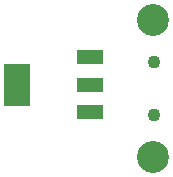
<source format=gtp>
G04 MADE WITH FRITZING*
G04 WWW.FRITZING.ORG*
G04 DOUBLE SIDED*
G04 HOLES PLATED*
G04 CONTOUR ON CENTER OF CONTOUR VECTOR*
%ASAXBY*%
%FSLAX23Y23*%
%MOIN*%
%OFA0B0*%
%SFA1.0B1.0*%
%ADD10C,0.106614*%
%ADD11C,0.043307*%
%ADD12R,0.088000X0.048000*%
%ADD13R,0.086614X0.141732*%
%ADD14R,0.001000X0.001000*%
%LNPASTEMASK1*%
G90*
G70*
G54D10*
X1130Y74D03*
X1130Y531D03*
G54D11*
X1134Y391D03*
X1134Y214D03*
G54D10*
X1130Y74D03*
X1130Y531D03*
G54D11*
X1134Y391D03*
X1134Y214D03*
G54D10*
X1130Y74D03*
X1130Y531D03*
G54D11*
X1134Y391D03*
X1134Y214D03*
G54D12*
X921Y223D03*
X921Y314D03*
X921Y405D03*
G54D13*
X677Y314D03*
G54D14*
D02*
G04 End of PasteMask1*
M02*
</source>
